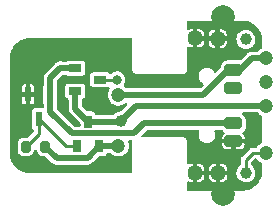
<source format=gbr>
%TF.GenerationSoftware,KiCad,Pcbnew,7.0.1*%
%TF.CreationDate,2025-01-27T12:13:09-08:00*%
%TF.ProjectId,project,70726f6a-6563-4742-9e6b-696361645f70,rev?*%
%TF.SameCoordinates,Original*%
%TF.FileFunction,Copper,L1,Top*%
%TF.FilePolarity,Positive*%
%FSLAX46Y46*%
G04 Gerber Fmt 4.6, Leading zero omitted, Abs format (unit mm)*
G04 Created by KiCad (PCBNEW 7.0.1) date 2025-01-27 12:13:09*
%MOMM*%
%LPD*%
G01*
G04 APERTURE LIST*
G04 Aperture macros list*
%AMRoundRect*
0 Rectangle with rounded corners*
0 $1 Rounding radius*
0 $2 $3 $4 $5 $6 $7 $8 $9 X,Y pos of 4 corners*
0 Add a 4 corners polygon primitive as box body*
4,1,4,$2,$3,$4,$5,$6,$7,$8,$9,$2,$3,0*
0 Add four circle primitives for the rounded corners*
1,1,$1+$1,$2,$3*
1,1,$1+$1,$4,$5*
1,1,$1+$1,$6,$7*
1,1,$1+$1,$8,$9*
0 Add four rect primitives between the rounded corners*
20,1,$1+$1,$2,$3,$4,$5,0*
20,1,$1+$1,$4,$5,$6,$7,0*
20,1,$1+$1,$6,$7,$8,$9,0*
20,1,$1+$1,$8,$9,$2,$3,0*%
G04 Aperture macros list end*
%TA.AperFunction,SMDPad,CuDef*%
%ADD10R,1.100000X0.650000*%
%TD*%
%TA.AperFunction,SMDPad,CuDef*%
%ADD11C,1.000000*%
%TD*%
%TA.AperFunction,SMDPad,CuDef*%
%ADD12R,0.600000X1.300000*%
%TD*%
%TA.AperFunction,SMDPad,CuDef*%
%ADD13RoundRect,0.255375X-0.485125X0.255375X-0.485125X-0.255375X0.485125X-0.255375X0.485125X0.255375X0*%
%TD*%
%TA.AperFunction,SMDPad,CuDef*%
%ADD14RoundRect,0.285750X-0.295250X0.285750X-0.295250X-0.285750X0.295250X-0.285750X0.295250X0.285750X0*%
%TD*%
%TA.AperFunction,SMDPad,CuDef*%
%ADD15RoundRect,0.200000X0.200000X0.275000X-0.200000X0.275000X-0.200000X-0.275000X0.200000X-0.275000X0*%
%TD*%
%TA.AperFunction,SMDPad,CuDef*%
%ADD16R,0.650000X1.100000*%
%TD*%
%TA.AperFunction,ViaPad*%
%ADD17C,1.200000*%
%TD*%
%TA.AperFunction,ViaPad*%
%ADD18C,2.000000*%
%TD*%
%TA.AperFunction,ViaPad*%
%ADD19C,0.800000*%
%TD*%
%TA.AperFunction,Conductor*%
%ADD20C,0.500000*%
%TD*%
%TA.AperFunction,Conductor*%
%ADD21C,0.250000*%
%TD*%
G04 APERTURE END LIST*
D10*
%TO.P,Q3,1*%
%TO.N,/SW_C*%
X104850000Y-89840000D03*
%TO.P,Q3,2*%
%TO.N,GBC_VCC*%
X104850000Y-91760000D03*
%TO.P,Q3,3*%
%TO.N,CAP_DRAIN*%
X106950000Y-90800000D03*
%TD*%
D11*
%TO.P,TP3,1,1*%
%TO.N,GBC_VCC*%
X108700000Y-94300000D03*
%TD*%
D12*
%TO.P,Q1,1*%
%TO.N,/SW_C*%
X102750000Y-92050000D03*
%TO.P,Q1,2*%
%TO.N,GND*%
X100850000Y-92050000D03*
%TO.P,Q1,3*%
%TO.N,/Q1_Drain*%
X101800000Y-94150000D03*
%TD*%
D11*
%TO.P,TP1,1,1*%
%TO.N,VCC*%
X119300000Y-87400000D03*
%TD*%
%TO.P,TP2,1,1*%
%TO.N,CAP_DRAIN*%
X119300000Y-98700000D03*
%TD*%
D13*
%TO.P,SW1,1,1*%
%TO.N,VCC*%
X118240500Y-89989250D03*
%TO.P,SW1,2,2*%
%TO.N,unconnected-(SW1-Pad2)*%
X118250000Y-91500000D03*
%TO.P,SW1,3,3*%
%TO.N,/SW_C*%
X118250000Y-94500000D03*
%TO.P,SW1,4,4*%
%TO.N,GND*%
X118250000Y-96000000D03*
D14*
%TO.P,SW1,5*%
X116950000Y-98700000D03*
X115000000Y-87300000D03*
X115000000Y-98700000D03*
X116931000Y-87328500D03*
%TD*%
D15*
%TO.P,R1,1*%
%TO.N,VCC*%
X102325000Y-96500000D03*
%TO.P,R1,2*%
%TO.N,/Q1_Drain*%
X100675000Y-96500000D03*
%TD*%
D16*
%TO.P,Q2,1*%
%TO.N,/Q1_Drain*%
X104980000Y-96450000D03*
%TO.P,Q2,2*%
%TO.N,VCC*%
X106900000Y-96450000D03*
%TO.P,Q2,3*%
%TO.N,GBC_VCC*%
X105940000Y-94350000D03*
%TD*%
D17*
%TO.N,*%
X121000000Y-91000000D03*
D18*
%TO.N,GND*%
X117400000Y-85500000D03*
D19*
X102000000Y-88000000D03*
X100000000Y-90000000D03*
D18*
X117400000Y-100500000D03*
D17*
%TO.N,VCC*%
X108500000Y-92100000D03*
X108500000Y-96400000D03*
X121000000Y-89000000D03*
D19*
%TO.N,CAP_DRAIN*%
X119300000Y-98700000D03*
X108400000Y-90800000D03*
D17*
X121000000Y-97000000D03*
%TO.N,GBC_VCC*%
X121000000Y-93000000D03*
%TD*%
D20*
%TO.N,VCC*%
X108500000Y-92100000D02*
X115678500Y-92100000D01*
X118240500Y-89989250D02*
X118810750Y-89989250D01*
X118242366Y-90000000D02*
X118700000Y-90000000D01*
X108450000Y-96450000D02*
X108500000Y-96400000D01*
X118810750Y-89989250D02*
X119800000Y-89000000D01*
X106900000Y-96450000D02*
X108450000Y-96450000D01*
X105900489Y-97449511D02*
X103274511Y-97449511D01*
X119800000Y-89000000D02*
X120650480Y-89000000D01*
X103274511Y-97449511D02*
X102325000Y-96500000D01*
X115678500Y-92100000D02*
X117789250Y-89989250D01*
X106900000Y-96450000D02*
X105900489Y-97449511D01*
X117789250Y-89989250D02*
X118240500Y-89989250D01*
D21*
%TO.N,CAP_DRAIN*%
X106950000Y-90800000D02*
X108400000Y-90800000D01*
X119900000Y-97000000D02*
X120775480Y-97000000D01*
X119300000Y-97600000D02*
X119900000Y-97000000D01*
X119300000Y-98700000D02*
X119300000Y-97600000D01*
D20*
%TO.N,/SW_C*%
X102750000Y-90650000D02*
X103600000Y-89800000D01*
X109850489Y-95349511D02*
X110700000Y-94500000D01*
X102750000Y-92050000D02*
X102750000Y-93550000D01*
X104549511Y-95349511D02*
X109850489Y-95349511D01*
X103640000Y-89840000D02*
X104850000Y-89840000D01*
X110700000Y-94500000D02*
X118250000Y-94500000D01*
X102750000Y-93550000D02*
X104549511Y-95349511D01*
X103600000Y-89800000D02*
X103640000Y-89840000D01*
X102750000Y-92050000D02*
X102750000Y-90650000D01*
D21*
%TO.N,/Q1_Drain*%
X104100000Y-96450000D02*
X101800000Y-94150000D01*
X101800000Y-95375000D02*
X101800000Y-94150000D01*
X100675000Y-96500000D02*
X101800000Y-95375000D01*
X104980000Y-96450000D02*
X104100000Y-96450000D01*
D20*
%TO.N,GBC_VCC*%
X110000000Y-93000000D02*
X120650480Y-93000000D01*
X108700000Y-94300000D02*
X110000000Y-93000000D01*
X108650000Y-94350000D02*
X108700000Y-94300000D01*
X105940000Y-94350000D02*
X108650000Y-94350000D01*
X104850000Y-93260000D02*
X105940000Y-94350000D01*
X104850000Y-91760000D02*
X104850000Y-93260000D01*
%TD*%
%TA.AperFunction,Conductor*%
%TO.N,GND*%
G36*
X120295952Y-93570502D02*
G01*
X120321467Y-93592189D01*
X120387090Y-93665070D01*
X120394129Y-93672888D01*
X120399468Y-93676767D01*
X120540866Y-93779498D01*
X120547270Y-93784151D01*
X120624752Y-93818649D01*
X120678845Y-93864626D01*
X120699500Y-93933753D01*
X120699500Y-96066247D01*
X120679498Y-96134368D01*
X120624752Y-96181351D01*
X120547270Y-96215849D01*
X120394129Y-96327112D01*
X120389716Y-96332014D01*
X120389714Y-96332015D01*
X120275484Y-96458880D01*
X120267467Y-96467784D01*
X120242228Y-96511500D01*
X120190846Y-96560493D01*
X120133109Y-96574500D01*
X119832607Y-96574500D01*
X119809790Y-96581914D01*
X119790571Y-96586528D01*
X119766874Y-96590281D01*
X119758037Y-96594784D01*
X119758036Y-96594784D01*
X119745498Y-96601172D01*
X119727237Y-96608736D01*
X119713851Y-96613086D01*
X119713850Y-96613087D01*
X119704419Y-96616151D01*
X119696399Y-96621978D01*
X119696397Y-96621979D01*
X119685012Y-96630251D01*
X119668159Y-96640579D01*
X119646780Y-96651472D01*
X118951472Y-97346780D01*
X118940577Y-97368163D01*
X118930253Y-97385009D01*
X118916151Y-97404419D01*
X118913087Y-97413850D01*
X118913085Y-97413853D01*
X118908736Y-97427237D01*
X118901172Y-97445498D01*
X118890281Y-97466874D01*
X118887055Y-97487244D01*
X118886528Y-97490570D01*
X118881914Y-97509790D01*
X118874500Y-97532607D01*
X118874500Y-97951443D01*
X118854498Y-98019564D01*
X118814521Y-98058761D01*
X118804045Y-98065206D01*
X118799014Y-98070132D01*
X118799011Y-98070135D01*
X118748795Y-98119311D01*
X118675732Y-98190859D01*
X118671913Y-98196784D01*
X118671912Y-98196786D01*
X118604445Y-98301475D01*
X118578446Y-98341817D01*
X118576037Y-98348437D01*
X118576035Y-98348440D01*
X118570054Y-98364874D01*
X118517022Y-98510578D01*
X118494514Y-98688753D01*
X118495201Y-98695760D01*
X118495201Y-98695763D01*
X118500585Y-98750673D01*
X118512039Y-98867486D01*
X118514262Y-98874168D01*
X118514262Y-98874169D01*
X118566044Y-99029832D01*
X118568726Y-99037896D01*
X118661759Y-99191512D01*
X118666648Y-99196575D01*
X118666649Y-99196576D01*
X118703153Y-99234377D01*
X118786514Y-99320699D01*
X118936789Y-99419036D01*
X119105116Y-99481636D01*
X119112097Y-99482567D01*
X119112099Y-99482568D01*
X119276149Y-99504457D01*
X119276153Y-99504457D01*
X119283130Y-99505388D01*
X119290142Y-99504750D01*
X119290146Y-99504750D01*
X119454960Y-99489751D01*
X119454961Y-99489751D01*
X119461981Y-99489112D01*
X119632782Y-99433615D01*
X119672253Y-99410086D01*
X119780992Y-99345265D01*
X119780994Y-99345264D01*
X119787044Y-99341657D01*
X119917099Y-99217807D01*
X119934570Y-99191512D01*
X119966791Y-99143014D01*
X120016483Y-99068222D01*
X120047244Y-98987244D01*
X120077757Y-98906919D01*
X120077758Y-98906914D01*
X120080257Y-98900336D01*
X120105251Y-98722493D01*
X120105565Y-98700000D01*
X120085546Y-98521528D01*
X120079427Y-98503955D01*
X120033366Y-98371688D01*
X120026485Y-98351927D01*
X119931316Y-98199625D01*
X119867771Y-98135635D01*
X119809733Y-98077190D01*
X119809729Y-98077187D01*
X119804770Y-98072193D01*
X119793761Y-98065206D01*
X119783986Y-98059003D01*
X119737187Y-98005614D01*
X119725500Y-97952618D01*
X119725500Y-97828439D01*
X119745502Y-97760318D01*
X119762404Y-97739344D01*
X120039342Y-97462405D01*
X120101655Y-97428380D01*
X120128438Y-97425500D01*
X120133109Y-97425500D01*
X120201230Y-97445502D01*
X120242227Y-97488499D01*
X120267467Y-97532216D01*
X120394129Y-97672888D01*
X120399468Y-97676767D01*
X120514467Y-97760318D01*
X120547270Y-97784151D01*
X120624752Y-97818649D01*
X120678845Y-97864626D01*
X120699500Y-97933753D01*
X120699500Y-98462683D01*
X120697586Y-98484563D01*
X120694864Y-98500000D01*
X120696778Y-98510855D01*
X120696778Y-98521878D01*
X120696413Y-98521878D01*
X120697051Y-98534236D01*
X120695990Y-98549069D01*
X120683588Y-98722493D01*
X120682845Y-98732877D01*
X120680287Y-98750669D01*
X120656399Y-98860476D01*
X120632574Y-98969996D01*
X120627510Y-98987244D01*
X120549435Y-99196576D01*
X120549069Y-99197556D01*
X120541602Y-99213906D01*
X120434077Y-99410823D01*
X120434029Y-99410910D01*
X120424312Y-99426030D01*
X120376611Y-99489751D01*
X120289794Y-99605725D01*
X120278021Y-99619311D01*
X120119311Y-99778021D01*
X120105725Y-99789794D01*
X119926033Y-99924310D01*
X119910913Y-99934027D01*
X119713906Y-100041602D01*
X119697560Y-100049067D01*
X119527627Y-100112448D01*
X119487244Y-100127510D01*
X119469995Y-100132574D01*
X119250669Y-100180287D01*
X119232881Y-100182844D01*
X119130210Y-100190187D01*
X119034236Y-100197051D01*
X119021878Y-100196413D01*
X119021878Y-100196778D01*
X119010855Y-100196778D01*
X119000000Y-100194864D01*
X118989145Y-100196778D01*
X118984563Y-100197586D01*
X118962683Y-100199500D01*
X114426500Y-100199500D01*
X114358379Y-100179498D01*
X114311886Y-100125842D01*
X114300500Y-100073500D01*
X114300500Y-99534804D01*
X114320502Y-99466683D01*
X114374158Y-99420190D01*
X114444432Y-99410086D01*
X114470729Y-99416822D01*
X114591975Y-99462275D01*
X114607220Y-99465900D01*
X114655374Y-99471131D01*
X114662188Y-99471500D01*
X114781885Y-99471500D01*
X114797124Y-99467025D01*
X114798329Y-99465635D01*
X114800000Y-99457952D01*
X114800000Y-99453384D01*
X115200000Y-99453384D01*
X115204475Y-99468623D01*
X115205865Y-99469828D01*
X115213548Y-99471499D01*
X115337810Y-99471499D01*
X115344628Y-99471130D01*
X115392772Y-99465900D01*
X115408031Y-99462272D01*
X115522513Y-99419355D01*
X115538099Y-99410823D01*
X115635079Y-99338140D01*
X115647640Y-99325579D01*
X115720323Y-99228599D01*
X115728855Y-99213013D01*
X115771775Y-99098525D01*
X115775400Y-99083280D01*
X115780631Y-99035126D01*
X115781000Y-99028312D01*
X115781000Y-99028310D01*
X116169001Y-99028310D01*
X116169370Y-99035128D01*
X116174600Y-99083272D01*
X116178228Y-99098531D01*
X116221145Y-99213013D01*
X116229677Y-99228599D01*
X116302360Y-99325579D01*
X116314921Y-99338140D01*
X116411901Y-99410823D01*
X116427487Y-99419355D01*
X116541975Y-99462275D01*
X116557220Y-99465900D01*
X116605374Y-99471131D01*
X116612188Y-99471500D01*
X116731885Y-99471500D01*
X116747124Y-99467025D01*
X116748329Y-99465635D01*
X116750000Y-99457952D01*
X116750000Y-99453384D01*
X117150000Y-99453384D01*
X117154475Y-99468623D01*
X117155865Y-99469828D01*
X117163548Y-99471499D01*
X117287810Y-99471499D01*
X117294628Y-99471130D01*
X117342772Y-99465900D01*
X117358031Y-99462272D01*
X117472513Y-99419355D01*
X117488099Y-99410823D01*
X117585079Y-99338140D01*
X117597640Y-99325579D01*
X117670323Y-99228599D01*
X117678855Y-99213013D01*
X117721775Y-99098525D01*
X117725400Y-99083280D01*
X117730631Y-99035126D01*
X117731000Y-99028312D01*
X117731000Y-98918115D01*
X117726525Y-98902876D01*
X117725135Y-98901671D01*
X117717452Y-98900000D01*
X117168115Y-98900000D01*
X117152876Y-98904475D01*
X117151671Y-98905865D01*
X117150000Y-98913548D01*
X117150000Y-99453384D01*
X116750000Y-99453384D01*
X116750000Y-98918115D01*
X116745525Y-98902876D01*
X116744135Y-98901671D01*
X116736452Y-98900000D01*
X116187116Y-98900000D01*
X116171877Y-98904475D01*
X116170672Y-98905865D01*
X116169001Y-98913548D01*
X116169001Y-99028310D01*
X115781000Y-99028310D01*
X115781000Y-98918115D01*
X115776525Y-98902876D01*
X115775135Y-98901671D01*
X115767452Y-98900000D01*
X115218115Y-98900000D01*
X115202876Y-98904475D01*
X115201671Y-98905865D01*
X115200000Y-98913548D01*
X115200000Y-99453384D01*
X114800000Y-99453384D01*
X114800000Y-98481885D01*
X115200000Y-98481885D01*
X115204475Y-98497124D01*
X115205865Y-98498329D01*
X115213548Y-98500000D01*
X115762884Y-98500000D01*
X115778123Y-98495525D01*
X115779328Y-98494135D01*
X115780999Y-98486452D01*
X115780999Y-98481885D01*
X116169000Y-98481885D01*
X116173475Y-98497124D01*
X116174865Y-98498329D01*
X116182548Y-98500000D01*
X116731885Y-98500000D01*
X116747124Y-98495525D01*
X116748329Y-98494135D01*
X116750000Y-98486452D01*
X116750000Y-98481885D01*
X117150000Y-98481885D01*
X117154475Y-98497124D01*
X117155865Y-98498329D01*
X117163548Y-98500000D01*
X117712884Y-98500000D01*
X117728123Y-98495525D01*
X117729328Y-98494135D01*
X117730999Y-98486452D01*
X117730999Y-98371690D01*
X117730630Y-98364872D01*
X117725400Y-98316728D01*
X117721772Y-98301469D01*
X117678855Y-98186987D01*
X117670323Y-98171401D01*
X117597640Y-98074421D01*
X117585079Y-98061860D01*
X117488099Y-97989177D01*
X117472513Y-97980645D01*
X117358025Y-97937725D01*
X117342780Y-97934100D01*
X117294626Y-97928869D01*
X117287812Y-97928500D01*
X117168115Y-97928500D01*
X117152876Y-97932975D01*
X117151671Y-97934365D01*
X117150000Y-97942048D01*
X117150000Y-98481885D01*
X116750000Y-98481885D01*
X116750000Y-97946616D01*
X116745525Y-97931377D01*
X116744135Y-97930172D01*
X116736452Y-97928501D01*
X116612190Y-97928501D01*
X116605372Y-97928870D01*
X116557228Y-97934100D01*
X116541969Y-97937728D01*
X116427487Y-97980645D01*
X116411901Y-97989177D01*
X116314921Y-98061860D01*
X116302360Y-98074421D01*
X116229677Y-98171401D01*
X116221145Y-98186987D01*
X116178225Y-98301475D01*
X116174600Y-98316720D01*
X116169369Y-98364874D01*
X116169000Y-98371688D01*
X116169000Y-98481885D01*
X115780999Y-98481885D01*
X115780999Y-98371690D01*
X115780630Y-98364872D01*
X115775400Y-98316728D01*
X115771772Y-98301469D01*
X115728855Y-98186987D01*
X115720323Y-98171401D01*
X115647640Y-98074421D01*
X115635079Y-98061860D01*
X115538099Y-97989177D01*
X115522513Y-97980645D01*
X115408025Y-97937725D01*
X115392780Y-97934100D01*
X115344626Y-97928869D01*
X115337812Y-97928500D01*
X115218115Y-97928500D01*
X115202876Y-97932975D01*
X115201671Y-97934365D01*
X115200000Y-97942048D01*
X115200000Y-98481885D01*
X114800000Y-98481885D01*
X114800000Y-97946616D01*
X114795525Y-97931377D01*
X114794135Y-97930172D01*
X114786452Y-97928501D01*
X114662190Y-97928501D01*
X114655372Y-97928870D01*
X114607228Y-97934100D01*
X114591969Y-97937728D01*
X114470729Y-97983178D01*
X114399922Y-97988361D01*
X114337553Y-97954440D01*
X114303424Y-97892184D01*
X114300500Y-97865196D01*
X114300500Y-96306825D01*
X117309501Y-96306825D01*
X117309780Y-96312749D01*
X117311790Y-96334018D01*
X117315058Y-96348916D01*
X117354765Y-96461983D01*
X117363477Y-96478439D01*
X117433647Y-96573440D01*
X117446810Y-96586603D01*
X117541811Y-96656773D01*
X117558267Y-96665485D01*
X117671337Y-96705193D01*
X117686228Y-96708460D01*
X117707507Y-96710471D01*
X117713421Y-96710750D01*
X118031885Y-96710750D01*
X118047124Y-96706275D01*
X118048329Y-96704885D01*
X118050000Y-96697202D01*
X118050000Y-96692634D01*
X118450000Y-96692634D01*
X118454475Y-96707873D01*
X118455865Y-96709078D01*
X118463548Y-96710749D01*
X118786575Y-96710749D01*
X118792499Y-96710470D01*
X118813768Y-96708460D01*
X118828666Y-96705192D01*
X118941733Y-96665485D01*
X118958189Y-96656773D01*
X119053190Y-96586603D01*
X119066353Y-96573440D01*
X119136523Y-96478439D01*
X119145235Y-96461983D01*
X119184943Y-96348913D01*
X119188210Y-96334022D01*
X119190221Y-96312743D01*
X119190500Y-96306829D01*
X119190500Y-96218115D01*
X119186025Y-96202876D01*
X119184635Y-96201671D01*
X119176952Y-96200000D01*
X118468115Y-96200000D01*
X118452876Y-96204475D01*
X118451671Y-96205865D01*
X118450000Y-96213548D01*
X118450000Y-96692634D01*
X118050000Y-96692634D01*
X118050000Y-96218115D01*
X118045525Y-96202876D01*
X118044135Y-96201671D01*
X118036452Y-96200000D01*
X117327616Y-96200000D01*
X117312377Y-96204475D01*
X117311172Y-96205865D01*
X117309501Y-96213548D01*
X117309501Y-96306825D01*
X114300500Y-96306825D01*
X114300500Y-96052374D01*
X114301065Y-96040817D01*
X114304246Y-96029832D01*
X114300970Y-95992006D01*
X114300500Y-95981134D01*
X114300500Y-95972052D01*
X114299276Y-95965479D01*
X114297616Y-95953280D01*
X114295591Y-95929895D01*
X114295591Y-95929894D01*
X114294587Y-95918304D01*
X114289480Y-95907855D01*
X114288568Y-95904567D01*
X114287339Y-95901383D01*
X114285209Y-95889947D01*
X114266779Y-95860048D01*
X114260840Y-95849266D01*
X114250533Y-95828181D01*
X114245425Y-95817731D01*
X114236899Y-95809822D01*
X114234866Y-95807084D01*
X114232572Y-95804554D01*
X114226468Y-95794652D01*
X114217212Y-95787613D01*
X114217207Y-95787608D01*
X114198513Y-95773393D01*
X114189092Y-95765474D01*
X114171882Y-95749510D01*
X114171883Y-95749510D01*
X114163354Y-95741599D01*
X114152553Y-95737290D01*
X114149676Y-95735471D01*
X114146619Y-95733934D01*
X114137359Y-95726892D01*
X114103632Y-95717126D01*
X114091992Y-95713129D01*
X114059378Y-95700117D01*
X114053085Y-95699500D01*
X114050003Y-95699500D01*
X114046933Y-95699350D01*
X114046939Y-95699234D01*
X114040817Y-95698935D01*
X114029832Y-95695754D01*
X113992006Y-95699030D01*
X113981134Y-95699500D01*
X110583216Y-95699500D01*
X110515095Y-95679498D01*
X110468602Y-95625842D01*
X110458498Y-95555568D01*
X110487992Y-95490988D01*
X110494120Y-95484405D01*
X110891119Y-95087405D01*
X110953432Y-95053380D01*
X110980215Y-95050500D01*
X115236043Y-95050500D01*
X115304164Y-95070502D01*
X115350657Y-95124158D01*
X115360761Y-95194432D01*
X115347396Y-95235462D01*
X115344776Y-95240409D01*
X115344774Y-95240414D01*
X115341224Y-95247119D01*
X115299919Y-95411559D01*
X115299879Y-95419157D01*
X115299879Y-95419159D01*
X115299753Y-95443194D01*
X115299031Y-95581105D01*
X115300805Y-95588492D01*
X115300805Y-95588496D01*
X115327604Y-95700117D01*
X115338612Y-95745968D01*
X115342093Y-95752712D01*
X115342094Y-95752715D01*
X115405022Y-95874635D01*
X115416375Y-95896631D01*
X115421367Y-95902353D01*
X115421368Y-95902355D01*
X115460240Y-95946915D01*
X115527831Y-96024396D01*
X115540947Y-96033614D01*
X115660330Y-96117518D01*
X115660332Y-96117519D01*
X115666547Y-96121887D01*
X115824513Y-96183476D01*
X115832046Y-96184468D01*
X115832047Y-96184468D01*
X115949739Y-96199962D01*
X115953826Y-96200500D01*
X116042516Y-96200500D01*
X116168320Y-96185276D01*
X116326923Y-96125345D01*
X116466651Y-96029312D01*
X116476515Y-96018241D01*
X116574388Y-95908392D01*
X116574390Y-95908388D01*
X116579440Y-95902721D01*
X116586204Y-95889947D01*
X116633828Y-95800000D01*
X116658776Y-95752881D01*
X116700081Y-95588441D01*
X116700344Y-95538337D01*
X116700929Y-95426495D01*
X116700969Y-95418895D01*
X116698050Y-95406733D01*
X116663161Y-95261417D01*
X116661388Y-95254032D01*
X116651199Y-95234291D01*
X116637729Y-95164585D01*
X116664083Y-95098661D01*
X116721895Y-95057450D01*
X116763164Y-95050500D01*
X117228426Y-95050500D01*
X117296547Y-95070502D01*
X117328789Y-95100321D01*
X117362922Y-95145290D01*
X117362925Y-95145293D01*
X117368117Y-95152133D01*
X117429535Y-95198752D01*
X117447340Y-95212267D01*
X117489507Y-95269385D01*
X117494099Y-95340233D01*
X117459659Y-95402317D01*
X117447446Y-95412761D01*
X117433647Y-95426560D01*
X117363477Y-95521561D01*
X117354765Y-95538017D01*
X117315057Y-95651087D01*
X117311790Y-95665978D01*
X117309779Y-95687257D01*
X117309500Y-95693171D01*
X117309500Y-95781885D01*
X117313975Y-95797124D01*
X117315365Y-95798329D01*
X117323048Y-95800000D01*
X119172384Y-95800000D01*
X119187623Y-95795525D01*
X119188828Y-95794135D01*
X119190499Y-95786452D01*
X119190499Y-95693175D01*
X119190220Y-95687251D01*
X119188210Y-95665982D01*
X119184942Y-95651084D01*
X119145235Y-95538017D01*
X119136523Y-95521561D01*
X119066353Y-95426560D01*
X119046526Y-95406733D01*
X119047638Y-95405621D01*
X119011068Y-95357414D01*
X119005551Y-95286632D01*
X119039178Y-95224104D01*
X119052660Y-95212267D01*
X119125043Y-95157325D01*
X119131883Y-95152133D01*
X119223964Y-95030822D01*
X119280029Y-94889216D01*
X119291000Y-94798559D01*
X119290999Y-94201442D01*
X119284902Y-94151051D01*
X119281001Y-94118817D01*
X119280029Y-94110784D01*
X119259680Y-94059386D01*
X119227960Y-93979271D01*
X119223964Y-93969178D01*
X119131883Y-93847867D01*
X119038336Y-93776860D01*
X118996171Y-93719744D01*
X118991579Y-93648897D01*
X119026019Y-93586813D01*
X119088556Y-93553204D01*
X119114518Y-93550500D01*
X120227831Y-93550500D01*
X120295952Y-93570502D01*
G37*
%TD.AperFunction*%
%TA.AperFunction,Conductor*%
G36*
X118984563Y-85802414D02*
G01*
X118989145Y-85803222D01*
X119000000Y-85805136D01*
X119010855Y-85803222D01*
X119021878Y-85803222D01*
X119021878Y-85803587D01*
X119034236Y-85802949D01*
X119130210Y-85809813D01*
X119232881Y-85817156D01*
X119250669Y-85819713D01*
X119418867Y-85856303D01*
X119469996Y-85867426D01*
X119487245Y-85872490D01*
X119697560Y-85950933D01*
X119713906Y-85958398D01*
X119910913Y-86065973D01*
X119926033Y-86075690D01*
X120105725Y-86210206D01*
X120119311Y-86221979D01*
X120278021Y-86380689D01*
X120289794Y-86394275D01*
X120421751Y-86570548D01*
X120424310Y-86573967D01*
X120434027Y-86589087D01*
X120536740Y-86777190D01*
X120541600Y-86786090D01*
X120549067Y-86802440D01*
X120596635Y-86929975D01*
X120627510Y-87012756D01*
X120632574Y-87030004D01*
X120674385Y-87222199D01*
X120680286Y-87249327D01*
X120682844Y-87267119D01*
X120686423Y-87317155D01*
X120697051Y-87465764D01*
X120696413Y-87478122D01*
X120696778Y-87478122D01*
X120696778Y-87489145D01*
X120694864Y-87500000D01*
X120696778Y-87510855D01*
X120697586Y-87515437D01*
X120699500Y-87537317D01*
X120699500Y-88066247D01*
X120679498Y-88134368D01*
X120624752Y-88181351D01*
X120547270Y-88215849D01*
X120394129Y-88327112D01*
X120389716Y-88332014D01*
X120389714Y-88332015D01*
X120321467Y-88407811D01*
X120261021Y-88445050D01*
X120227831Y-88449500D01*
X119814993Y-88449500D01*
X119809717Y-88449389D01*
X119805310Y-88449204D01*
X119747706Y-88446790D01*
X119739341Y-88448752D01*
X119705338Y-88456727D01*
X119693667Y-88458890D01*
X119678771Y-88460931D01*
X119650568Y-88464794D01*
X119642684Y-88468206D01*
X119642683Y-88468206D01*
X119636770Y-88470765D01*
X119615501Y-88477799D01*
X119600864Y-88481232D01*
X119593339Y-88485369D01*
X119593336Y-88485370D01*
X119562732Y-88502195D01*
X119552087Y-88507411D01*
X119512145Y-88524695D01*
X119500459Y-88534158D01*
X119481875Y-88546645D01*
X119468692Y-88553893D01*
X119460578Y-88560897D01*
X119436042Y-88585433D01*
X119426241Y-88594258D01*
X119401608Y-88614206D01*
X119394930Y-88619614D01*
X119389957Y-88626612D01*
X119389952Y-88626617D01*
X119384032Y-88634948D01*
X119370421Y-88651054D01*
X118878773Y-89142702D01*
X118816461Y-89176728D01*
X118776365Y-89178608D01*
X118776360Y-89178684D01*
X118775654Y-89178641D01*
X118774541Y-89178694D01*
X118768809Y-89178000D01*
X118240849Y-89178000D01*
X117712192Y-89178001D01*
X117708435Y-89178456D01*
X117708429Y-89178456D01*
X117645591Y-89186060D01*
X117621534Y-89188971D01*
X117614011Y-89191949D01*
X117614009Y-89191950D01*
X117557054Y-89214500D01*
X117479928Y-89245036D01*
X117358617Y-89337117D01*
X117353425Y-89343957D01*
X117352302Y-89345437D01*
X117266536Y-89458428D01*
X117210471Y-89600034D01*
X117199500Y-89690691D01*
X117199500Y-89748285D01*
X117179498Y-89816406D01*
X117162595Y-89837380D01*
X116812130Y-90187845D01*
X116749818Y-90221871D01*
X116679003Y-90216806D01*
X116622167Y-90174259D01*
X116611070Y-90156541D01*
X116587110Y-90110120D01*
X116587108Y-90110117D01*
X116583625Y-90103369D01*
X116578313Y-90097279D01*
X116477163Y-89981329D01*
X116472169Y-89975604D01*
X116412621Y-89933753D01*
X116339670Y-89882482D01*
X116339668Y-89882481D01*
X116333453Y-89878113D01*
X116175487Y-89816524D01*
X116167954Y-89815532D01*
X116167953Y-89815532D01*
X116050261Y-89800038D01*
X116050260Y-89800038D01*
X116046174Y-89799500D01*
X115957484Y-89799500D01*
X115831680Y-89814724D01*
X115673077Y-89874655D01*
X115533349Y-89970688D01*
X115528297Y-89976358D01*
X115528296Y-89976359D01*
X115425612Y-90091608D01*
X115425610Y-90091612D01*
X115420560Y-90097279D01*
X115417008Y-90103988D01*
X115417007Y-90103989D01*
X115413761Y-90110120D01*
X115341224Y-90247119D01*
X115299919Y-90411559D01*
X115299879Y-90419157D01*
X115299879Y-90419159D01*
X115299576Y-90477005D01*
X115299031Y-90581105D01*
X115300805Y-90588492D01*
X115300805Y-90588496D01*
X115330772Y-90713314D01*
X115338612Y-90745968D01*
X115342093Y-90752712D01*
X115342094Y-90752715D01*
X115387807Y-90841281D01*
X115416375Y-90896631D01*
X115527831Y-91024396D01*
X115534045Y-91028763D01*
X115666547Y-91121887D01*
X115664901Y-91124229D01*
X115705989Y-91164696D01*
X115721608Y-91233954D01*
X115697304Y-91300661D01*
X115684959Y-91315017D01*
X115487381Y-91512595D01*
X115425069Y-91546621D01*
X115398286Y-91549500D01*
X109272169Y-91549500D01*
X109204048Y-91529498D01*
X109178533Y-91507811D01*
X109110286Y-91432015D01*
X109110284Y-91432014D01*
X109105871Y-91427112D01*
X109100534Y-91423235D01*
X109100528Y-91423229D01*
X109014211Y-91360517D01*
X108970856Y-91304295D01*
X108964780Y-91233559D01*
X108985948Y-91185055D01*
X109013930Y-91146113D01*
X109018361Y-91139947D01*
X109081601Y-90982634D01*
X109098756Y-90862094D01*
X109104909Y-90818862D01*
X109104909Y-90818859D01*
X109105490Y-90814778D01*
X109105645Y-90800000D01*
X109085276Y-90631680D01*
X109025345Y-90473077D01*
X109018080Y-90462506D01*
X108933614Y-90339608D01*
X108933613Y-90339607D01*
X108929312Y-90333349D01*
X108922269Y-90327074D01*
X108808392Y-90225612D01*
X108808388Y-90225610D01*
X108802721Y-90220560D01*
X108793824Y-90215849D01*
X108716531Y-90174925D01*
X108652881Y-90141224D01*
X108488441Y-90099919D01*
X108480843Y-90099879D01*
X108480841Y-90099879D01*
X108403668Y-90099475D01*
X108318895Y-90099031D01*
X108311508Y-90100805D01*
X108311504Y-90100805D01*
X108205801Y-90126183D01*
X108154032Y-90138612D01*
X108147288Y-90142093D01*
X108147285Y-90142094D01*
X108037976Y-90198513D01*
X108003369Y-90216375D01*
X107997647Y-90221367D01*
X107997645Y-90221368D01*
X107912119Y-90295977D01*
X107847637Y-90325685D01*
X107777330Y-90315815D01*
X107740274Y-90290203D01*
X107672713Y-90222759D01*
X107662076Y-90218056D01*
X107662074Y-90218055D01*
X107593740Y-90187845D01*
X107570327Y-90177494D01*
X107544646Y-90174500D01*
X106355354Y-90174500D01*
X106351650Y-90174941D01*
X106351647Y-90174941D01*
X106344254Y-90175821D01*
X106329154Y-90177618D01*
X106320514Y-90181456D01*
X106320513Y-90181456D01*
X106240026Y-90217207D01*
X106226847Y-90223061D01*
X106218628Y-90231294D01*
X106218627Y-90231295D01*
X106214602Y-90235327D01*
X106147759Y-90302287D01*
X106143056Y-90312924D01*
X106143055Y-90312926D01*
X106129949Y-90342571D01*
X106102494Y-90404673D01*
X106099500Y-90430354D01*
X106099500Y-91169646D01*
X106102618Y-91195846D01*
X106106456Y-91204486D01*
X106106456Y-91204487D01*
X106138947Y-91277634D01*
X106148061Y-91298153D01*
X106156294Y-91306372D01*
X106156295Y-91306373D01*
X106164954Y-91315017D01*
X106227287Y-91377241D01*
X106237924Y-91381944D01*
X106237926Y-91381945D01*
X106297462Y-91408265D01*
X106329673Y-91422506D01*
X106355354Y-91425500D01*
X107544646Y-91425500D01*
X107548350Y-91425059D01*
X107548353Y-91425059D01*
X107555746Y-91424179D01*
X107570846Y-91422382D01*
X107594312Y-91411959D01*
X107664686Y-91402587D01*
X107728957Y-91432750D01*
X107766717Y-91492872D01*
X107765978Y-91563865D01*
X107754578Y-91590108D01*
X107672821Y-91731716D01*
X107614326Y-91911744D01*
X107594540Y-92100000D01*
X107595230Y-92106565D01*
X107610922Y-92255865D01*
X107614326Y-92288256D01*
X107672821Y-92468284D01*
X107676124Y-92474006D01*
X107676125Y-92474007D01*
X107757232Y-92614488D01*
X107767467Y-92632216D01*
X107771885Y-92637123D01*
X107771886Y-92637124D01*
X107887805Y-92765864D01*
X107894129Y-92772888D01*
X107899468Y-92776767D01*
X108003449Y-92852313D01*
X108047270Y-92884151D01*
X108220197Y-92961144D01*
X108307897Y-92979785D01*
X108398897Y-92999128D01*
X108398901Y-92999128D01*
X108405354Y-93000500D01*
X108594646Y-93000500D01*
X108601099Y-92999128D01*
X108601103Y-92999128D01*
X108692103Y-92979785D01*
X108779803Y-92961144D01*
X108952730Y-92884151D01*
X109063922Y-92803366D01*
X109130789Y-92779507D01*
X109199940Y-92795588D01*
X109249421Y-92846502D01*
X109263520Y-92916084D01*
X109237762Y-92982244D01*
X109227078Y-92994397D01*
X108761085Y-93460391D01*
X108698772Y-93494416D01*
X108685160Y-93496606D01*
X108678860Y-93497268D01*
X108534025Y-93512490D01*
X108534021Y-93512491D01*
X108527017Y-93513227D01*
X108520346Y-93515498D01*
X108363677Y-93568832D01*
X108363674Y-93568833D01*
X108357007Y-93571103D01*
X108351009Y-93574793D01*
X108351007Y-93574794D01*
X108324164Y-93591308D01*
X108204045Y-93665206D01*
X108103644Y-93763526D01*
X108040981Y-93796894D01*
X108015489Y-93799500D01*
X106675532Y-93799500D01*
X106607411Y-93779498D01*
X106560381Y-93724649D01*
X106521662Y-93637480D01*
X106516939Y-93626847D01*
X106437713Y-93547759D01*
X106427076Y-93543056D01*
X106427074Y-93543055D01*
X106357937Y-93512490D01*
X106335327Y-93502494D01*
X106309646Y-93499500D01*
X105920216Y-93499500D01*
X105852095Y-93479498D01*
X105831121Y-93462596D01*
X105437405Y-93068881D01*
X105403380Y-93006568D01*
X105400500Y-92979785D01*
X105400500Y-92495532D01*
X105420502Y-92427411D01*
X105475351Y-92380381D01*
X105562520Y-92341662D01*
X105573153Y-92336939D01*
X105652241Y-92257713D01*
X105659636Y-92240988D01*
X105693675Y-92163992D01*
X105697506Y-92155327D01*
X105700500Y-92129646D01*
X105700500Y-91390354D01*
X105697382Y-91364154D01*
X105690218Y-91348024D01*
X105656663Y-91272482D01*
X105651939Y-91261847D01*
X105638985Y-91248915D01*
X105591658Y-91201671D01*
X105572713Y-91182759D01*
X105562076Y-91178056D01*
X105562074Y-91178055D01*
X105502538Y-91151735D01*
X105470327Y-91137494D01*
X105444646Y-91134500D01*
X104255354Y-91134500D01*
X104251650Y-91134941D01*
X104251647Y-91134941D01*
X104244254Y-91135821D01*
X104229154Y-91137618D01*
X104220514Y-91141456D01*
X104220513Y-91141456D01*
X104148703Y-91173353D01*
X104126847Y-91183061D01*
X104118628Y-91191294D01*
X104118627Y-91191295D01*
X104096413Y-91213548D01*
X104047759Y-91262287D01*
X104043056Y-91272924D01*
X104043055Y-91272926D01*
X104025938Y-91311645D01*
X104002494Y-91364673D01*
X103999500Y-91390354D01*
X103999500Y-92129646D01*
X104002618Y-92155846D01*
X104006456Y-92164486D01*
X104006456Y-92164487D01*
X104043140Y-92247074D01*
X104048061Y-92258153D01*
X104056294Y-92266372D01*
X104056295Y-92266373D01*
X104084505Y-92294534D01*
X104127287Y-92337241D01*
X104137924Y-92341944D01*
X104137926Y-92341945D01*
X104224448Y-92380196D01*
X104278664Y-92426034D01*
X104299500Y-92495436D01*
X104299500Y-93245007D01*
X104299389Y-93250283D01*
X104296790Y-93312294D01*
X104298752Y-93320659D01*
X104306727Y-93354662D01*
X104308890Y-93366333D01*
X104314794Y-93409432D01*
X104318206Y-93417316D01*
X104318206Y-93417317D01*
X104320765Y-93423230D01*
X104327799Y-93444499D01*
X104331232Y-93459136D01*
X104335369Y-93466661D01*
X104335370Y-93466664D01*
X104352195Y-93497268D01*
X104357411Y-93507913D01*
X104374695Y-93547855D01*
X104384158Y-93559541D01*
X104396645Y-93578125D01*
X104403893Y-93591308D01*
X104410897Y-93599422D01*
X104435433Y-93623958D01*
X104444258Y-93633759D01*
X104456517Y-93648897D01*
X104469614Y-93665070D01*
X104476613Y-93670044D01*
X104476614Y-93670045D01*
X104484946Y-93675966D01*
X104501051Y-93689576D01*
X104901583Y-94090107D01*
X105277595Y-94466119D01*
X105311620Y-94528432D01*
X105314500Y-94555215D01*
X105314500Y-94673011D01*
X105294498Y-94741132D01*
X105240842Y-94787625D01*
X105188500Y-94799011D01*
X104829726Y-94799011D01*
X104761605Y-94779009D01*
X104740631Y-94762106D01*
X103337405Y-93358881D01*
X103303380Y-93296569D01*
X103300500Y-93269786D01*
X103300500Y-92903261D01*
X103311260Y-92852313D01*
X103343675Y-92778993D01*
X103343675Y-92778992D01*
X103347506Y-92770327D01*
X103350500Y-92744646D01*
X103350500Y-91355354D01*
X103347382Y-91329154D01*
X103333417Y-91297713D01*
X103311349Y-91248032D01*
X103300500Y-91196884D01*
X103300500Y-90930215D01*
X103320502Y-90862094D01*
X103337405Y-90841120D01*
X103751120Y-90427405D01*
X103813432Y-90393379D01*
X103840215Y-90390500D01*
X104052999Y-90390500D01*
X104121849Y-90411812D01*
X104127287Y-90417241D01*
X104229673Y-90462506D01*
X104255354Y-90465500D01*
X105444646Y-90465500D01*
X105448350Y-90465059D01*
X105448353Y-90465059D01*
X105455746Y-90464179D01*
X105470846Y-90462382D01*
X105542952Y-90430354D01*
X105562518Y-90421663D01*
X105573153Y-90416939D01*
X105588417Y-90401649D01*
X105644023Y-90345945D01*
X105652241Y-90337713D01*
X105661923Y-90315815D01*
X105687305Y-90258401D01*
X105697506Y-90235327D01*
X105700500Y-90209646D01*
X105700500Y-89470354D01*
X105697382Y-89444154D01*
X105661131Y-89362540D01*
X105656663Y-89352482D01*
X105651939Y-89341847D01*
X105572713Y-89262759D01*
X105562076Y-89258056D01*
X105562074Y-89258055D01*
X105502538Y-89231735D01*
X105470327Y-89217494D01*
X105444646Y-89214500D01*
X104255354Y-89214500D01*
X104251650Y-89214941D01*
X104251647Y-89214941D01*
X104244254Y-89215821D01*
X104229154Y-89217618D01*
X104220514Y-89221456D01*
X104220513Y-89221456D01*
X104154365Y-89250838D01*
X104126847Y-89263061D01*
X104121763Y-89268154D01*
X104053015Y-89289500D01*
X103830366Y-89289500D01*
X103791486Y-89283351D01*
X103790849Y-89283144D01*
X103790397Y-89282998D01*
X103782899Y-89280300D01*
X103740533Y-89263525D01*
X103740527Y-89263523D01*
X103732547Y-89260364D01*
X103724008Y-89259467D01*
X103715662Y-89257417D01*
X103715704Y-89257244D01*
X103715060Y-89257107D01*
X103715028Y-89257283D01*
X103706577Y-89255762D01*
X103698402Y-89253106D01*
X103689813Y-89252746D01*
X103644296Y-89250838D01*
X103636404Y-89250259D01*
X103603393Y-89246790D01*
X103582546Y-89244599D01*
X103574077Y-89246031D01*
X103565492Y-89246301D01*
X103565486Y-89246122D01*
X103564825Y-89246164D01*
X103564842Y-89246341D01*
X103556289Y-89247150D01*
X103547706Y-89246790D01*
X103498474Y-89258337D01*
X103494978Y-89259157D01*
X103487220Y-89260722D01*
X103433830Y-89269752D01*
X103426057Y-89273410D01*
X103417863Y-89275978D01*
X103417809Y-89275806D01*
X103417187Y-89276023D01*
X103417251Y-89276190D01*
X103409231Y-89279269D01*
X103400864Y-89281231D01*
X103353382Y-89307335D01*
X103346350Y-89310917D01*
X103297358Y-89333971D01*
X103290853Y-89339586D01*
X103283652Y-89344262D01*
X103283555Y-89344113D01*
X103279764Y-89346747D01*
X103279901Y-89346944D01*
X103274481Y-89350711D01*
X103268693Y-89353893D01*
X103260578Y-89360897D01*
X103228619Y-89392856D01*
X103221854Y-89399143D01*
X103183181Y-89432524D01*
X103178428Y-89439678D01*
X103177485Y-89440748D01*
X103162862Y-89458614D01*
X102371357Y-90250119D01*
X102367548Y-90253772D01*
X102321844Y-90295799D01*
X102298901Y-90332802D01*
X102292200Y-90342552D01*
X102265888Y-90377217D01*
X102260629Y-90390500D01*
X102260354Y-90391195D01*
X102250293Y-90411199D01*
X102242365Y-90423986D01*
X102239968Y-90432237D01*
X102239967Y-90432239D01*
X102230225Y-90465772D01*
X102226380Y-90477002D01*
X102210364Y-90517453D01*
X102209466Y-90525994D01*
X102209466Y-90525995D01*
X102208792Y-90532408D01*
X102204480Y-90554383D01*
X102200285Y-90568825D01*
X102199500Y-90579515D01*
X102199500Y-90614217D01*
X102198810Y-90627387D01*
X102194599Y-90667454D01*
X102196031Y-90675919D01*
X102196031Y-90675928D01*
X102197735Y-90686000D01*
X102199500Y-90707013D01*
X102199500Y-91196739D01*
X102188740Y-91247687D01*
X102156544Y-91320513D01*
X102152494Y-91329673D01*
X102149500Y-91355354D01*
X102149500Y-92744646D01*
X102152618Y-92770846D01*
X102156456Y-92779486D01*
X102156456Y-92779487D01*
X102188651Y-92851968D01*
X102199500Y-92903116D01*
X102199500Y-93073500D01*
X102179498Y-93141621D01*
X102125842Y-93188114D01*
X102073500Y-93199500D01*
X101455354Y-93199500D01*
X101451650Y-93199941D01*
X101451647Y-93199941D01*
X101444254Y-93200821D01*
X101429154Y-93202618D01*
X101420514Y-93206456D01*
X101420513Y-93206456D01*
X101337482Y-93243337D01*
X101326847Y-93248061D01*
X101247759Y-93327287D01*
X101243056Y-93337924D01*
X101243055Y-93337926D01*
X101229634Y-93368284D01*
X101202494Y-93429673D01*
X101199500Y-93455354D01*
X101199500Y-94844646D01*
X101202618Y-94870846D01*
X101206456Y-94879486D01*
X101206456Y-94879487D01*
X101243337Y-94962518D01*
X101248061Y-94973153D01*
X101256294Y-94981372D01*
X101256295Y-94981373D01*
X101327287Y-95052241D01*
X101326336Y-95053194D01*
X101363488Y-95098683D01*
X101371540Y-95169222D01*
X101336493Y-95236759D01*
X100885657Y-95687595D01*
X100823345Y-95721621D01*
X100796562Y-95724500D01*
X100453509Y-95724501D01*
X100427624Y-95724501D01*
X100424230Y-95724870D01*
X100424224Y-95724870D01*
X100374278Y-95730295D01*
X100374274Y-95730296D01*
X100366420Y-95731149D01*
X100232176Y-95781474D01*
X100224997Y-95786854D01*
X100224994Y-95786856D01*
X100141722Y-95849266D01*
X100117454Y-95867454D01*
X100112072Y-95874635D01*
X100036856Y-95974994D01*
X100036854Y-95974997D01*
X100031474Y-95982176D01*
X99981149Y-96116420D01*
X99974500Y-96177623D01*
X99974501Y-96822376D01*
X99974870Y-96825770D01*
X99974870Y-96825776D01*
X99975264Y-96829398D01*
X99981149Y-96883580D01*
X100031474Y-97017824D01*
X100036854Y-97025003D01*
X100036856Y-97025006D01*
X100112072Y-97125365D01*
X100117454Y-97132546D01*
X100124635Y-97137928D01*
X100224994Y-97213144D01*
X100224997Y-97213146D01*
X100232176Y-97218526D01*
X100294431Y-97241864D01*
X100359025Y-97266079D01*
X100359027Y-97266079D01*
X100366420Y-97268851D01*
X100374270Y-97269704D01*
X100374271Y-97269704D01*
X100424217Y-97275130D01*
X100427623Y-97275500D01*
X100674927Y-97275500D01*
X100922376Y-97275499D01*
X100925770Y-97275130D01*
X100925776Y-97275130D01*
X100975722Y-97269705D01*
X100975726Y-97269704D01*
X100983580Y-97268851D01*
X101117824Y-97218526D01*
X101125003Y-97213146D01*
X101125006Y-97213144D01*
X101225365Y-97137928D01*
X101232546Y-97132546D01*
X101237928Y-97125365D01*
X101313144Y-97025006D01*
X101313146Y-97025003D01*
X101318526Y-97017824D01*
X101368851Y-96883580D01*
X101371443Y-96859719D01*
X101374738Y-96829394D01*
X101401981Y-96763832D01*
X101460344Y-96723406D01*
X101531299Y-96720952D01*
X101592316Y-96757248D01*
X101624024Y-96820770D01*
X101625263Y-96829390D01*
X101631149Y-96883580D01*
X101681474Y-97017824D01*
X101686854Y-97025003D01*
X101686856Y-97025006D01*
X101762072Y-97125365D01*
X101767454Y-97132546D01*
X101774635Y-97137928D01*
X101874994Y-97213144D01*
X101874997Y-97213146D01*
X101882176Y-97218526D01*
X101944431Y-97241864D01*
X102009025Y-97266079D01*
X102009027Y-97266079D01*
X102016420Y-97268851D01*
X102024270Y-97269704D01*
X102024271Y-97269704D01*
X102074217Y-97275130D01*
X102077623Y-97275500D01*
X102269784Y-97275500D01*
X102337905Y-97295502D01*
X102358879Y-97312405D01*
X102874641Y-97828167D01*
X102878293Y-97831975D01*
X102899699Y-97855253D01*
X102920310Y-97877667D01*
X102927610Y-97882193D01*
X102927611Y-97882194D01*
X102957294Y-97900598D01*
X102967064Y-97907312D01*
X103001727Y-97933623D01*
X103015704Y-97939157D01*
X103035713Y-97949220D01*
X103041199Y-97952622D01*
X103041203Y-97952624D01*
X103048497Y-97957146D01*
X103056739Y-97959540D01*
X103056742Y-97959542D01*
X103090295Y-97969290D01*
X103101508Y-97973129D01*
X103141964Y-97989146D01*
X103150507Y-97990044D01*
X103150508Y-97990044D01*
X103156913Y-97990717D01*
X103178891Y-97995029D01*
X103193336Y-97999226D01*
X103199919Y-97999709D01*
X103199922Y-97999710D01*
X103201719Y-97999842D01*
X103201730Y-97999842D01*
X103204026Y-98000011D01*
X103238730Y-98000011D01*
X103251901Y-98000701D01*
X103291965Y-98004912D01*
X103300430Y-98003480D01*
X103300439Y-98003480D01*
X103310511Y-98001776D01*
X103331524Y-98000011D01*
X105885496Y-98000011D01*
X105890773Y-98000122D01*
X105952783Y-98002721D01*
X105964337Y-98000011D01*
X105995151Y-97992784D01*
X106006822Y-97990621D01*
X106023319Y-97988361D01*
X106049921Y-97984717D01*
X106063719Y-97978746D01*
X106084988Y-97971712D01*
X106091264Y-97970240D01*
X106099625Y-97968279D01*
X106107150Y-97964142D01*
X106107153Y-97964141D01*
X106137757Y-97947316D01*
X106148402Y-97942100D01*
X106188344Y-97924816D01*
X106200030Y-97915353D01*
X106218615Y-97902865D01*
X106231797Y-97895618D01*
X106239911Y-97888614D01*
X106264447Y-97864078D01*
X106274248Y-97855253D01*
X106298881Y-97835305D01*
X106298882Y-97835304D01*
X106305559Y-97829897D01*
X106316455Y-97814565D01*
X106330065Y-97798460D01*
X106791119Y-97337405D01*
X106853432Y-97303380D01*
X106880215Y-97300500D01*
X107269646Y-97300500D01*
X107273350Y-97300059D01*
X107273353Y-97300059D01*
X107281175Y-97299128D01*
X107295846Y-97297382D01*
X107339930Y-97277801D01*
X107387518Y-97256663D01*
X107398153Y-97251939D01*
X107408211Y-97241864D01*
X107461725Y-97188256D01*
X107477241Y-97172713D01*
X107492620Y-97137928D01*
X107520196Y-97075552D01*
X107566034Y-97021336D01*
X107635436Y-97000500D01*
X107772851Y-97000500D01*
X107840972Y-97020502D01*
X107866486Y-97042189D01*
X107889708Y-97067980D01*
X107889714Y-97067985D01*
X107894129Y-97072888D01*
X107899468Y-97076767D01*
X107976242Y-97132546D01*
X108047270Y-97184151D01*
X108220197Y-97261144D01*
X108298563Y-97277801D01*
X108398897Y-97299128D01*
X108398901Y-97299128D01*
X108405354Y-97300500D01*
X108594646Y-97300500D01*
X108601099Y-97299128D01*
X108601103Y-97299128D01*
X108701437Y-97277801D01*
X108779803Y-97261144D01*
X108952730Y-97184151D01*
X109023759Y-97132546D01*
X109100532Y-97076767D01*
X109105871Y-97072888D01*
X109110291Y-97067980D01*
X109228114Y-96937124D01*
X109228115Y-96937123D01*
X109232533Y-96932216D01*
X109293986Y-96825776D01*
X109323875Y-96774007D01*
X109323876Y-96774006D01*
X109327179Y-96768284D01*
X109385674Y-96588256D01*
X109398946Y-96461983D01*
X109404770Y-96406565D01*
X109405460Y-96400000D01*
X109395667Y-96306825D01*
X109386364Y-96218307D01*
X109386364Y-96218305D01*
X109385674Y-96211744D01*
X109337976Y-96064945D01*
X109335948Y-95993980D01*
X109372611Y-95933182D01*
X109436323Y-95901857D01*
X109457809Y-95900011D01*
X109573500Y-95900011D01*
X109641621Y-95920013D01*
X109688114Y-95973669D01*
X109699500Y-96026011D01*
X109699500Y-98573500D01*
X109679498Y-98641621D01*
X109625842Y-98688114D01*
X109573500Y-98699500D01*
X101037317Y-98699500D01*
X101015437Y-98697586D01*
X101010855Y-98696778D01*
X101000000Y-98694864D01*
X100989145Y-98696778D01*
X100978122Y-98696778D01*
X100978122Y-98696413D01*
X100965764Y-98697051D01*
X100869790Y-98690187D01*
X100767119Y-98682844D01*
X100749331Y-98680287D01*
X100530005Y-98632574D01*
X100512756Y-98627510D01*
X100472373Y-98612448D01*
X100302440Y-98549067D01*
X100286094Y-98541602D01*
X100089087Y-98434027D01*
X100073967Y-98424310D01*
X100003673Y-98371688D01*
X99894275Y-98289794D01*
X99880689Y-98278021D01*
X99721979Y-98119311D01*
X99710206Y-98105725D01*
X99631586Y-98000701D01*
X99575688Y-97926030D01*
X99565971Y-97910910D01*
X99564536Y-97908281D01*
X99458398Y-97713906D01*
X99450931Y-97697556D01*
X99443178Y-97676767D01*
X99377383Y-97500362D01*
X99372490Y-97487244D01*
X99367426Y-97469996D01*
X99345299Y-97368284D01*
X99319713Y-97250669D01*
X99317155Y-97232877D01*
X99313863Y-97186837D01*
X99305530Y-97070327D01*
X99302949Y-97034236D01*
X99303587Y-97021878D01*
X99303222Y-97021878D01*
X99303222Y-97010855D01*
X99305136Y-97000000D01*
X99302414Y-96984563D01*
X99300500Y-96962683D01*
X99300500Y-92713511D01*
X100350000Y-92713511D01*
X100351207Y-92725766D01*
X100359183Y-92765864D01*
X100368499Y-92788355D01*
X100398915Y-92833876D01*
X100416124Y-92851085D01*
X100461645Y-92881501D01*
X100484136Y-92890817D01*
X100524234Y-92898793D01*
X100536489Y-92900000D01*
X100631885Y-92900000D01*
X100647124Y-92895525D01*
X100648329Y-92894135D01*
X100650000Y-92886452D01*
X100650000Y-92881885D01*
X101050000Y-92881885D01*
X101054475Y-92897124D01*
X101055865Y-92898329D01*
X101063548Y-92900000D01*
X101163511Y-92900000D01*
X101175766Y-92898793D01*
X101215864Y-92890817D01*
X101238355Y-92881501D01*
X101283876Y-92851085D01*
X101301085Y-92833876D01*
X101331501Y-92788355D01*
X101340817Y-92765864D01*
X101348793Y-92725766D01*
X101350000Y-92713511D01*
X101350000Y-92268115D01*
X101345525Y-92252876D01*
X101344135Y-92251671D01*
X101336452Y-92250000D01*
X101068115Y-92250000D01*
X101052876Y-92254475D01*
X101051671Y-92255865D01*
X101050000Y-92263548D01*
X101050000Y-92881885D01*
X100650000Y-92881885D01*
X100650000Y-92268115D01*
X100645525Y-92252876D01*
X100644135Y-92251671D01*
X100636452Y-92250000D01*
X100368115Y-92250000D01*
X100352876Y-92254475D01*
X100351671Y-92255865D01*
X100350000Y-92263548D01*
X100350000Y-92713511D01*
X99300500Y-92713511D01*
X99300500Y-91831885D01*
X100350000Y-91831885D01*
X100354475Y-91847124D01*
X100355865Y-91848329D01*
X100363548Y-91850000D01*
X100631885Y-91850000D01*
X100647124Y-91845525D01*
X100648329Y-91844135D01*
X100650000Y-91836452D01*
X100650000Y-91831885D01*
X101050000Y-91831885D01*
X101054475Y-91847124D01*
X101055865Y-91848329D01*
X101063548Y-91850000D01*
X101331885Y-91850000D01*
X101347124Y-91845525D01*
X101348329Y-91844135D01*
X101350000Y-91836452D01*
X101350000Y-91386489D01*
X101348793Y-91374234D01*
X101340817Y-91334136D01*
X101331501Y-91311645D01*
X101301085Y-91266124D01*
X101283876Y-91248915D01*
X101238355Y-91218499D01*
X101215864Y-91209183D01*
X101175766Y-91201207D01*
X101163511Y-91200000D01*
X101068115Y-91200000D01*
X101052876Y-91204475D01*
X101051671Y-91205865D01*
X101050000Y-91213548D01*
X101050000Y-91831885D01*
X100650000Y-91831885D01*
X100650000Y-91218115D01*
X100645525Y-91202876D01*
X100644135Y-91201671D01*
X100636452Y-91200000D01*
X100536489Y-91200000D01*
X100524234Y-91201207D01*
X100484136Y-91209183D01*
X100461645Y-91218499D01*
X100416124Y-91248915D01*
X100398915Y-91266124D01*
X100368499Y-91311645D01*
X100359183Y-91334136D01*
X100351207Y-91374234D01*
X100350000Y-91386489D01*
X100350000Y-91831885D01*
X99300500Y-91831885D01*
X99300500Y-89037317D01*
X99302414Y-89015437D01*
X99303222Y-89010855D01*
X99305136Y-89000000D01*
X99303222Y-88989145D01*
X99303222Y-88978122D01*
X99303587Y-88978122D01*
X99302949Y-88965764D01*
X99317155Y-88767123D01*
X99319714Y-88749327D01*
X99325616Y-88722199D01*
X99367426Y-88530004D01*
X99372490Y-88512756D01*
X99390379Y-88464794D01*
X99450933Y-88302440D01*
X99458400Y-88286090D01*
X99496755Y-88215849D01*
X99565973Y-88089087D01*
X99575690Y-88073967D01*
X99578789Y-88069828D01*
X99710206Y-87894275D01*
X99721979Y-87880689D01*
X99880689Y-87721979D01*
X99894275Y-87710206D01*
X99956496Y-87663628D01*
X100073970Y-87575688D01*
X100089087Y-87565973D01*
X100286094Y-87458398D01*
X100302440Y-87450933D01*
X100512755Y-87372490D01*
X100530004Y-87367426D01*
X100581133Y-87356303D01*
X100749331Y-87319713D01*
X100767119Y-87317156D01*
X100869790Y-87309813D01*
X100965764Y-87302949D01*
X100978122Y-87303587D01*
X100978122Y-87303222D01*
X100989145Y-87303222D01*
X101000000Y-87305136D01*
X101015437Y-87302414D01*
X101037317Y-87300500D01*
X109573500Y-87300500D01*
X109641621Y-87320502D01*
X109688114Y-87374158D01*
X109699500Y-87426500D01*
X109699500Y-89947626D01*
X109698935Y-89959183D01*
X109695754Y-89970168D01*
X109696758Y-89981759D01*
X109699030Y-90007994D01*
X109699500Y-90018866D01*
X109699500Y-90027948D01*
X109700562Y-90033649D01*
X109700562Y-90033651D01*
X109700724Y-90034521D01*
X109702384Y-90046720D01*
X109702403Y-90046933D01*
X109705413Y-90081696D01*
X109710520Y-90092145D01*
X109711432Y-90095433D01*
X109712661Y-90098617D01*
X109714791Y-90110053D01*
X109724734Y-90126183D01*
X109733221Y-90139952D01*
X109739160Y-90150734D01*
X109754575Y-90182269D01*
X109763101Y-90190178D01*
X109765134Y-90192916D01*
X109767428Y-90195446D01*
X109773532Y-90205348D01*
X109782788Y-90212387D01*
X109782793Y-90212392D01*
X109801487Y-90226607D01*
X109810908Y-90234526D01*
X109836646Y-90258401D01*
X109847447Y-90262710D01*
X109850324Y-90264529D01*
X109853381Y-90266066D01*
X109862641Y-90273108D01*
X109883348Y-90279104D01*
X109896367Y-90282874D01*
X109908008Y-90286871D01*
X109940622Y-90299883D01*
X109946915Y-90300500D01*
X109949997Y-90300500D01*
X109953067Y-90300650D01*
X109953061Y-90300766D01*
X109959183Y-90301065D01*
X109970168Y-90304246D01*
X110007994Y-90300970D01*
X110018866Y-90300500D01*
X113947626Y-90300500D01*
X113959183Y-90301065D01*
X113970168Y-90304246D01*
X114007994Y-90300970D01*
X114018866Y-90300500D01*
X114027948Y-90300500D01*
X114033649Y-90299438D01*
X114033651Y-90299438D01*
X114034521Y-90299276D01*
X114046720Y-90297616D01*
X114070105Y-90295591D01*
X114070106Y-90295591D01*
X114081696Y-90294587D01*
X114092145Y-90289480D01*
X114095433Y-90288568D01*
X114098617Y-90287339D01*
X114110053Y-90285209D01*
X114139952Y-90266779D01*
X114150734Y-90260840D01*
X114165193Y-90253772D01*
X114182269Y-90245425D01*
X114190178Y-90236899D01*
X114192916Y-90234866D01*
X114195446Y-90232572D01*
X114205348Y-90226468D01*
X114212387Y-90217212D01*
X114212392Y-90217207D01*
X114226607Y-90198513D01*
X114234526Y-90189092D01*
X114246302Y-90176397D01*
X114258401Y-90163354D01*
X114262710Y-90152553D01*
X114264529Y-90149676D01*
X114266066Y-90146619D01*
X114273108Y-90137359D01*
X114282874Y-90103632D01*
X114286873Y-90091986D01*
X114287024Y-90091608D01*
X114299883Y-90059378D01*
X114300500Y-90053085D01*
X114300500Y-90050003D01*
X114300650Y-90046933D01*
X114300766Y-90046939D01*
X114301065Y-90040817D01*
X114304246Y-90029832D01*
X114300970Y-89992006D01*
X114300500Y-89981134D01*
X114300500Y-88134804D01*
X114320502Y-88066683D01*
X114374158Y-88020190D01*
X114444432Y-88010086D01*
X114470729Y-88016822D01*
X114591975Y-88062275D01*
X114607220Y-88065900D01*
X114655374Y-88071131D01*
X114662188Y-88071500D01*
X114781885Y-88071500D01*
X114797124Y-88067025D01*
X114798329Y-88065635D01*
X114800000Y-88057952D01*
X114800000Y-88053384D01*
X115200000Y-88053384D01*
X115204475Y-88068623D01*
X115205865Y-88069828D01*
X115213548Y-88071499D01*
X115337810Y-88071499D01*
X115344628Y-88071130D01*
X115392772Y-88065900D01*
X115408031Y-88062272D01*
X115522513Y-88019355D01*
X115538099Y-88010823D01*
X115635079Y-87938140D01*
X115647640Y-87925579D01*
X115720323Y-87828599D01*
X115728855Y-87813013D01*
X115771775Y-87698525D01*
X115775400Y-87683280D01*
X115778275Y-87656810D01*
X116150001Y-87656810D01*
X116150370Y-87663628D01*
X116155600Y-87711772D01*
X116159228Y-87727031D01*
X116202145Y-87841513D01*
X116210677Y-87857099D01*
X116283360Y-87954079D01*
X116295921Y-87966640D01*
X116392901Y-88039323D01*
X116408487Y-88047855D01*
X116522975Y-88090775D01*
X116538220Y-88094400D01*
X116586374Y-88099631D01*
X116593188Y-88100000D01*
X116712885Y-88100000D01*
X116728124Y-88095525D01*
X116729329Y-88094135D01*
X116731000Y-88086452D01*
X116731000Y-88081884D01*
X117131000Y-88081884D01*
X117135475Y-88097123D01*
X117136865Y-88098328D01*
X117144548Y-88099999D01*
X117268810Y-88099999D01*
X117275628Y-88099630D01*
X117323772Y-88094400D01*
X117339031Y-88090772D01*
X117453513Y-88047855D01*
X117469099Y-88039323D01*
X117566079Y-87966640D01*
X117578640Y-87954079D01*
X117651323Y-87857099D01*
X117659855Y-87841513D01*
X117702775Y-87727025D01*
X117706400Y-87711780D01*
X117711631Y-87663626D01*
X117712000Y-87656812D01*
X117712000Y-87546615D01*
X117707525Y-87531376D01*
X117706135Y-87530171D01*
X117698452Y-87528500D01*
X117149115Y-87528500D01*
X117133876Y-87532975D01*
X117132671Y-87534365D01*
X117131000Y-87542048D01*
X117131000Y-88081884D01*
X116731000Y-88081884D01*
X116731000Y-87546615D01*
X116726525Y-87531376D01*
X116725135Y-87530171D01*
X116717452Y-87528500D01*
X116168116Y-87528500D01*
X116152877Y-87532975D01*
X116151672Y-87534365D01*
X116150001Y-87542048D01*
X116150001Y-87656810D01*
X115778275Y-87656810D01*
X115780631Y-87635126D01*
X115781000Y-87628312D01*
X115781000Y-87518115D01*
X115776525Y-87502876D01*
X115775135Y-87501671D01*
X115767452Y-87500000D01*
X115218115Y-87500000D01*
X115202876Y-87504475D01*
X115201671Y-87505865D01*
X115200000Y-87513548D01*
X115200000Y-88053384D01*
X114800000Y-88053384D01*
X114800000Y-87388753D01*
X118494514Y-87388753D01*
X118495201Y-87395760D01*
X118495201Y-87395763D01*
X118496005Y-87403963D01*
X118512039Y-87567486D01*
X118514262Y-87574168D01*
X118514262Y-87574169D01*
X118561311Y-87715604D01*
X118568726Y-87737896D01*
X118572373Y-87743918D01*
X118640918Y-87857099D01*
X118661759Y-87891512D01*
X118666648Y-87896575D01*
X118666649Y-87896576D01*
X118734310Y-87966640D01*
X118786514Y-88020699D01*
X118936789Y-88119036D01*
X119105116Y-88181636D01*
X119112097Y-88182567D01*
X119112099Y-88182568D01*
X119276149Y-88204457D01*
X119276153Y-88204457D01*
X119283130Y-88205388D01*
X119290142Y-88204750D01*
X119290146Y-88204750D01*
X119454960Y-88189751D01*
X119454961Y-88189751D01*
X119461981Y-88189112D01*
X119632782Y-88133615D01*
X119691977Y-88098328D01*
X119780992Y-88045265D01*
X119780994Y-88045264D01*
X119787044Y-88041657D01*
X119917099Y-87917807D01*
X119934570Y-87891512D01*
X120012582Y-87774093D01*
X120016483Y-87768222D01*
X120038521Y-87710206D01*
X120077757Y-87606919D01*
X120077758Y-87606914D01*
X120080257Y-87600336D01*
X120090663Y-87526292D01*
X120104700Y-87426416D01*
X120104700Y-87426411D01*
X120105251Y-87422493D01*
X120105565Y-87400000D01*
X120085546Y-87221528D01*
X120079427Y-87203955D01*
X120051108Y-87122635D01*
X120026485Y-87051927D01*
X120012679Y-87029832D01*
X119935049Y-86905599D01*
X119931316Y-86899625D01*
X119867771Y-86835635D01*
X119809733Y-86777190D01*
X119809729Y-86777187D01*
X119804770Y-86772193D01*
X119793761Y-86765206D01*
X119733387Y-86726892D01*
X119653136Y-86675963D01*
X119613530Y-86661860D01*
X119490586Y-86618081D01*
X119490581Y-86618080D01*
X119483951Y-86615719D01*
X119476965Y-86614886D01*
X119476961Y-86614885D01*
X119349177Y-86599648D01*
X119305624Y-86594455D01*
X119298621Y-86595191D01*
X119298620Y-86595191D01*
X119134025Y-86612490D01*
X119134021Y-86612491D01*
X119127017Y-86613227D01*
X119120346Y-86615498D01*
X118963677Y-86668832D01*
X118963674Y-86668833D01*
X118957007Y-86671103D01*
X118951009Y-86674793D01*
X118951007Y-86674794D01*
X118938091Y-86682740D01*
X118804045Y-86765206D01*
X118799014Y-86770132D01*
X118799011Y-86770135D01*
X118750408Y-86817731D01*
X118675732Y-86890859D01*
X118671913Y-86896784D01*
X118671912Y-86896786D01*
X118591735Y-87021196D01*
X118578446Y-87041817D01*
X118517022Y-87210578D01*
X118494514Y-87388753D01*
X114800000Y-87388753D01*
X114800000Y-87110385D01*
X116150000Y-87110385D01*
X116154475Y-87125624D01*
X116155865Y-87126829D01*
X116163548Y-87128500D01*
X116712885Y-87128500D01*
X116728124Y-87124025D01*
X116729329Y-87122635D01*
X116731000Y-87114952D01*
X116731000Y-87110385D01*
X117131000Y-87110385D01*
X117135475Y-87125624D01*
X117136865Y-87126829D01*
X117144548Y-87128500D01*
X117693884Y-87128500D01*
X117709123Y-87124025D01*
X117710328Y-87122635D01*
X117711999Y-87114952D01*
X117711999Y-87000190D01*
X117711630Y-86993372D01*
X117706400Y-86945228D01*
X117702772Y-86929969D01*
X117659855Y-86815487D01*
X117651323Y-86799901D01*
X117578640Y-86702921D01*
X117566079Y-86690360D01*
X117469099Y-86617677D01*
X117453513Y-86609145D01*
X117339025Y-86566225D01*
X117323780Y-86562600D01*
X117275626Y-86557369D01*
X117268812Y-86557000D01*
X117149115Y-86557000D01*
X117133876Y-86561475D01*
X117132671Y-86562865D01*
X117131000Y-86570548D01*
X117131000Y-87110385D01*
X116731000Y-87110385D01*
X116731000Y-86575116D01*
X116726525Y-86559877D01*
X116725135Y-86558672D01*
X116717452Y-86557001D01*
X116593190Y-86557001D01*
X116586372Y-86557370D01*
X116538228Y-86562600D01*
X116522969Y-86566228D01*
X116408487Y-86609145D01*
X116392901Y-86617677D01*
X116295921Y-86690360D01*
X116283360Y-86702921D01*
X116210677Y-86799901D01*
X116202145Y-86815487D01*
X116159225Y-86929975D01*
X116155600Y-86945220D01*
X116150369Y-86993374D01*
X116150000Y-87000188D01*
X116150000Y-87110385D01*
X114800000Y-87110385D01*
X114800000Y-87081885D01*
X115200000Y-87081885D01*
X115204475Y-87097124D01*
X115205865Y-87098329D01*
X115213548Y-87100000D01*
X115762884Y-87100000D01*
X115778123Y-87095525D01*
X115779328Y-87094135D01*
X115780999Y-87086452D01*
X115780999Y-86971690D01*
X115780630Y-86964872D01*
X115775400Y-86916728D01*
X115771772Y-86901469D01*
X115728855Y-86786987D01*
X115720323Y-86771401D01*
X115647640Y-86674421D01*
X115635079Y-86661860D01*
X115538099Y-86589177D01*
X115522513Y-86580645D01*
X115408025Y-86537725D01*
X115392780Y-86534100D01*
X115344626Y-86528869D01*
X115337812Y-86528500D01*
X115218115Y-86528500D01*
X115202876Y-86532975D01*
X115201671Y-86534365D01*
X115200000Y-86542048D01*
X115200000Y-87081885D01*
X114800000Y-87081885D01*
X114800000Y-86546616D01*
X114795525Y-86531377D01*
X114794135Y-86530172D01*
X114786452Y-86528501D01*
X114662190Y-86528501D01*
X114655372Y-86528870D01*
X114607228Y-86534100D01*
X114591969Y-86537728D01*
X114470729Y-86583178D01*
X114399922Y-86588361D01*
X114337553Y-86554440D01*
X114303424Y-86492184D01*
X114300500Y-86465196D01*
X114300500Y-85926500D01*
X114320502Y-85858379D01*
X114374158Y-85811886D01*
X114426500Y-85800500D01*
X118962683Y-85800500D01*
X118984563Y-85802414D01*
G37*
%TD.AperFunction*%
%TD*%
M02*

</source>
